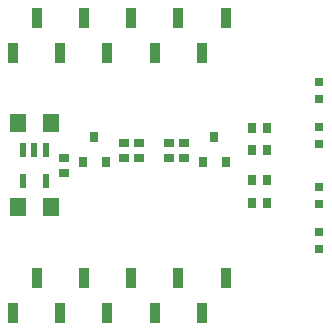
<source format=gbr>
G04 EAGLE Gerber RS-274X export*
G75*
%MOMM*%
%FSLAX34Y34*%
%LPD*%
%INSolderpaste Top*%
%IPPOS*%
%AMOC8*
5,1,8,0,0,1.08239X$1,22.5*%
G01*
%ADD10R,0.700000X0.900000*%
%ADD11R,0.800000X0.800000*%
%ADD12R,0.850000X1.700000*%
%ADD13R,0.550000X1.200000*%
%ADD14R,1.400000X1.600000*%
%ADD15R,0.900000X0.700000*%
%ADD16R,0.800000X0.900000*%


D10*
X285900Y171450D03*
X272900Y171450D03*
D11*
X330200Y195700D03*
X330200Y210700D03*
X330200Y106800D03*
X330200Y121800D03*
X330200Y68700D03*
X330200Y83700D03*
D10*
X272900Y127000D03*
X285900Y127000D03*
X272900Y107950D03*
X285900Y107950D03*
D12*
X70800Y234700D03*
X90800Y264700D03*
X110800Y234700D03*
X130800Y264700D03*
X150800Y234700D03*
X170800Y264700D03*
X190800Y234700D03*
X210800Y264700D03*
X230800Y234700D03*
X250800Y264700D03*
X70800Y14700D03*
X90800Y44700D03*
X110800Y14700D03*
X130800Y44700D03*
X150800Y14700D03*
X170800Y44700D03*
X190800Y14700D03*
X210800Y44700D03*
X230800Y14700D03*
X250800Y44700D03*
D11*
X330200Y157600D03*
X330200Y172600D03*
D10*
X285900Y152400D03*
X272900Y152400D03*
D13*
X98400Y152701D03*
X88900Y152701D03*
X79400Y152701D03*
X79400Y126699D03*
X98400Y126699D03*
D14*
X74900Y104140D03*
X102900Y104140D03*
D15*
X114300Y133200D03*
X114300Y146200D03*
D14*
X74900Y175260D03*
X102900Y175260D03*
D16*
X139700Y163400D03*
X149200Y142400D03*
X130200Y142400D03*
D15*
X165100Y158900D03*
X165100Y145900D03*
X177800Y145900D03*
X177800Y158900D03*
D16*
X241300Y163400D03*
X250800Y142400D03*
X231800Y142400D03*
D15*
X215900Y158900D03*
X215900Y145900D03*
X203200Y145900D03*
X203200Y158900D03*
M02*

</source>
